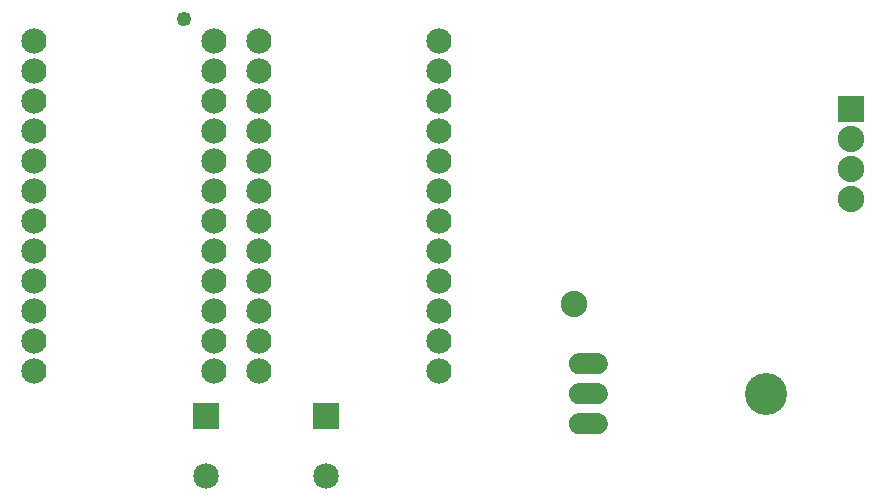
<source format=gbs>
G04 MADE WITH FRITZING*
G04 WWW.FRITZING.ORG*
G04 DOUBLE SIDED*
G04 HOLES PLATED*
G04 CONTOUR ON CENTER OF CONTOUR VECTOR*
%ASAXBY*%
%FSLAX23Y23*%
%MOIN*%
%OFA0B0*%
%SFA1.0B1.0*%
%ADD10C,0.084000*%
%ADD11C,0.088000*%
%ADD12C,0.070000*%
%ADD13C,0.140000*%
%ADD14C,0.085000*%
%ADD15C,0.049370*%
%ADD16R,0.088000X0.088000*%
%ADD17R,0.085000X0.085000*%
%ADD18R,0.001000X0.001000*%
%LNMASK0*%
G90*
G70*
G54D10*
X769Y1597D03*
X769Y1497D03*
X769Y1397D03*
X769Y1297D03*
X769Y1197D03*
X769Y1097D03*
X769Y997D03*
X769Y897D03*
X769Y797D03*
X769Y697D03*
X769Y597D03*
X769Y497D03*
X169Y497D03*
X169Y597D03*
X169Y697D03*
X169Y797D03*
X169Y897D03*
X169Y997D03*
X169Y1097D03*
X169Y1197D03*
X169Y1297D03*
X169Y1397D03*
X169Y1497D03*
X169Y1597D03*
X1519Y1597D03*
X1519Y1497D03*
X1519Y1397D03*
X1519Y1297D03*
X1519Y1197D03*
X1519Y1097D03*
X1519Y997D03*
X1519Y897D03*
X1519Y797D03*
X1519Y697D03*
X1519Y597D03*
X1519Y497D03*
X919Y497D03*
X919Y597D03*
X919Y697D03*
X919Y797D03*
X919Y897D03*
X919Y997D03*
X919Y1097D03*
X919Y1197D03*
X919Y1297D03*
X919Y1397D03*
X919Y1497D03*
X919Y1597D03*
G54D11*
X2894Y1372D03*
X2894Y1272D03*
X2894Y1172D03*
X2894Y1072D03*
G54D12*
X2019Y522D03*
X2019Y422D03*
X2019Y322D03*
G54D13*
X2609Y422D03*
G54D14*
X744Y347D03*
X744Y147D03*
X1144Y347D03*
X1144Y147D03*
G54D11*
X1969Y722D03*
G54D15*
X669Y1672D03*
G54D16*
X2894Y1372D03*
G54D17*
X744Y347D03*
X1144Y347D03*
G54D18*
X1984Y557D02*
X2052Y557D01*
X1979Y556D02*
X2056Y556D01*
X1976Y555D02*
X2059Y555D01*
X1974Y554D02*
X2062Y554D01*
X1972Y553D02*
X2064Y553D01*
X1970Y552D02*
X2066Y552D01*
X1968Y551D02*
X2067Y551D01*
X1967Y550D02*
X2069Y550D01*
X1966Y549D02*
X2070Y549D01*
X1965Y548D02*
X2071Y548D01*
X1964Y547D02*
X2072Y547D01*
X1963Y546D02*
X2073Y546D01*
X1962Y545D02*
X2074Y545D01*
X1961Y544D02*
X2075Y544D01*
X1960Y543D02*
X2075Y543D01*
X1959Y542D02*
X2076Y542D01*
X1959Y541D02*
X2077Y541D01*
X1958Y540D02*
X2077Y540D01*
X1958Y539D02*
X2078Y539D01*
X1957Y538D02*
X2078Y538D01*
X1957Y537D02*
X2014Y537D01*
X2022Y537D02*
X2079Y537D01*
X1956Y536D02*
X2011Y536D01*
X2025Y536D02*
X2079Y536D01*
X1956Y535D02*
X2009Y535D01*
X2026Y535D02*
X2080Y535D01*
X1955Y534D02*
X2008Y534D01*
X2028Y534D02*
X2080Y534D01*
X1955Y533D02*
X2007Y533D01*
X2029Y533D02*
X2081Y533D01*
X1955Y532D02*
X2006Y532D01*
X2030Y532D02*
X2081Y532D01*
X1955Y531D02*
X2005Y531D01*
X2031Y531D02*
X2081Y531D01*
X1954Y530D02*
X2004Y530D01*
X2031Y530D02*
X2081Y530D01*
X1954Y529D02*
X2004Y529D01*
X2032Y529D02*
X2082Y529D01*
X1954Y528D02*
X2003Y528D01*
X2032Y528D02*
X2082Y528D01*
X1954Y527D02*
X2003Y527D01*
X2033Y527D02*
X2082Y527D01*
X1954Y526D02*
X2003Y526D01*
X2033Y526D02*
X2082Y526D01*
X1953Y525D02*
X2003Y525D01*
X2033Y525D02*
X2082Y525D01*
X1953Y524D02*
X2002Y524D01*
X2033Y524D02*
X2082Y524D01*
X1953Y523D02*
X2002Y523D01*
X2033Y523D02*
X2082Y523D01*
X1953Y522D02*
X2002Y522D01*
X2033Y522D02*
X2082Y522D01*
X1953Y521D02*
X2002Y521D01*
X2033Y521D02*
X2082Y521D01*
X1953Y520D02*
X2003Y520D01*
X2033Y520D02*
X2082Y520D01*
X1954Y519D02*
X2003Y519D01*
X2033Y519D02*
X2082Y519D01*
X1954Y518D02*
X2003Y518D01*
X2033Y518D02*
X2082Y518D01*
X1954Y517D02*
X2003Y517D01*
X2032Y517D02*
X2082Y517D01*
X1954Y516D02*
X2004Y516D01*
X2032Y516D02*
X2082Y516D01*
X1954Y515D02*
X2004Y515D01*
X2031Y515D02*
X2081Y515D01*
X1954Y514D02*
X2005Y514D01*
X2031Y514D02*
X2081Y514D01*
X1955Y513D02*
X2006Y513D01*
X2030Y513D02*
X2081Y513D01*
X1955Y512D02*
X2006Y512D01*
X2029Y512D02*
X2081Y512D01*
X1955Y511D02*
X2008Y511D01*
X2028Y511D02*
X2080Y511D01*
X1956Y510D02*
X2009Y510D01*
X2027Y510D02*
X2080Y510D01*
X1956Y509D02*
X2010Y509D01*
X2025Y509D02*
X2080Y509D01*
X1957Y508D02*
X2013Y508D01*
X2023Y508D02*
X2079Y508D01*
X1957Y507D02*
X2079Y507D01*
X1957Y506D02*
X2078Y506D01*
X1958Y505D02*
X2078Y505D01*
X1959Y504D02*
X2077Y504D01*
X1959Y503D02*
X2076Y503D01*
X1960Y502D02*
X2076Y502D01*
X1961Y501D02*
X2075Y501D01*
X1961Y500D02*
X2074Y500D01*
X1962Y499D02*
X2073Y499D01*
X1963Y498D02*
X2072Y498D01*
X1964Y497D02*
X2071Y497D01*
X1965Y496D02*
X2070Y496D01*
X1967Y495D02*
X2069Y495D01*
X1968Y494D02*
X2068Y494D01*
X1969Y493D02*
X2066Y493D01*
X1971Y492D02*
X2065Y492D01*
X1973Y491D02*
X2063Y491D01*
X1975Y490D02*
X2061Y490D01*
X1978Y489D02*
X2058Y489D01*
X1982Y488D02*
X2054Y488D01*
X1984Y457D02*
X2052Y457D01*
X1979Y456D02*
X2056Y456D01*
X1976Y455D02*
X2059Y455D01*
X1974Y454D02*
X2062Y454D01*
X1972Y453D02*
X2064Y453D01*
X1970Y452D02*
X2066Y452D01*
X1968Y451D02*
X2067Y451D01*
X1967Y450D02*
X2069Y450D01*
X1966Y449D02*
X2070Y449D01*
X1965Y448D02*
X2071Y448D01*
X1964Y447D02*
X2072Y447D01*
X1963Y446D02*
X2073Y446D01*
X1962Y445D02*
X2074Y445D01*
X1961Y444D02*
X2075Y444D01*
X1960Y443D02*
X2075Y443D01*
X1959Y442D02*
X2076Y442D01*
X1959Y441D02*
X2077Y441D01*
X1958Y440D02*
X2077Y440D01*
X1958Y439D02*
X2078Y439D01*
X1957Y438D02*
X2078Y438D01*
X1957Y437D02*
X2014Y437D01*
X2022Y437D02*
X2079Y437D01*
X1956Y436D02*
X2011Y436D01*
X2025Y436D02*
X2079Y436D01*
X1956Y435D02*
X2009Y435D01*
X2026Y435D02*
X2080Y435D01*
X1955Y434D02*
X2008Y434D01*
X2028Y434D02*
X2080Y434D01*
X1955Y433D02*
X2007Y433D01*
X2029Y433D02*
X2081Y433D01*
X1955Y432D02*
X2006Y432D01*
X2030Y432D02*
X2081Y432D01*
X1955Y431D02*
X2005Y431D01*
X2031Y431D02*
X2081Y431D01*
X1954Y430D02*
X2004Y430D01*
X2031Y430D02*
X2081Y430D01*
X1954Y429D02*
X2004Y429D01*
X2032Y429D02*
X2082Y429D01*
X1954Y428D02*
X2003Y428D01*
X2032Y428D02*
X2082Y428D01*
X1954Y427D02*
X2003Y427D01*
X2033Y427D02*
X2082Y427D01*
X1954Y426D02*
X2003Y426D01*
X2033Y426D02*
X2082Y426D01*
X1953Y425D02*
X2003Y425D01*
X2033Y425D02*
X2082Y425D01*
X1953Y424D02*
X2002Y424D01*
X2033Y424D02*
X2082Y424D01*
X1953Y423D02*
X2002Y423D01*
X2033Y423D02*
X2082Y423D01*
X1953Y422D02*
X2002Y422D01*
X2033Y422D02*
X2082Y422D01*
X1953Y421D02*
X2002Y421D01*
X2033Y421D02*
X2082Y421D01*
X1953Y420D02*
X2003Y420D01*
X2033Y420D02*
X2082Y420D01*
X1954Y419D02*
X2003Y419D01*
X2033Y419D02*
X2082Y419D01*
X1954Y418D02*
X2003Y418D01*
X2033Y418D02*
X2082Y418D01*
X1954Y417D02*
X2003Y417D01*
X2032Y417D02*
X2082Y417D01*
X1954Y416D02*
X2004Y416D01*
X2032Y416D02*
X2082Y416D01*
X1954Y415D02*
X2004Y415D01*
X2031Y415D02*
X2081Y415D01*
X1954Y414D02*
X2005Y414D01*
X2031Y414D02*
X2081Y414D01*
X1955Y413D02*
X2006Y413D01*
X2030Y413D02*
X2081Y413D01*
X1955Y412D02*
X2006Y412D01*
X2029Y412D02*
X2081Y412D01*
X1955Y411D02*
X2008Y411D01*
X2028Y411D02*
X2080Y411D01*
X1956Y410D02*
X2009Y410D01*
X2027Y410D02*
X2080Y410D01*
X1956Y409D02*
X2010Y409D01*
X2025Y409D02*
X2080Y409D01*
X1957Y408D02*
X2013Y408D01*
X2023Y408D02*
X2079Y408D01*
X1957Y407D02*
X2079Y407D01*
X1957Y406D02*
X2078Y406D01*
X1958Y405D02*
X2078Y405D01*
X1959Y404D02*
X2077Y404D01*
X1959Y403D02*
X2076Y403D01*
X1960Y402D02*
X2076Y402D01*
X1961Y401D02*
X2075Y401D01*
X1961Y400D02*
X2074Y400D01*
X1962Y399D02*
X2073Y399D01*
X1963Y398D02*
X2072Y398D01*
X1964Y397D02*
X2071Y397D01*
X1965Y396D02*
X2070Y396D01*
X1967Y395D02*
X2069Y395D01*
X1968Y394D02*
X2068Y394D01*
X1969Y393D02*
X2066Y393D01*
X1971Y392D02*
X2065Y392D01*
X1973Y391D02*
X2063Y391D01*
X1975Y390D02*
X2060Y390D01*
X1978Y389D02*
X2058Y389D01*
X1982Y388D02*
X2054Y388D01*
X1984Y357D02*
X2052Y357D01*
X1979Y356D02*
X2056Y356D01*
X1976Y355D02*
X2060Y355D01*
X1974Y354D02*
X2062Y354D01*
X1972Y353D02*
X2064Y353D01*
X1970Y352D02*
X2066Y352D01*
X1968Y351D02*
X2067Y351D01*
X1967Y350D02*
X2069Y350D01*
X1966Y349D02*
X2070Y349D01*
X1965Y348D02*
X2071Y348D01*
X1964Y347D02*
X2072Y347D01*
X1963Y346D02*
X2073Y346D01*
X1962Y345D02*
X2074Y345D01*
X1961Y344D02*
X2075Y344D01*
X1960Y343D02*
X2075Y343D01*
X1959Y342D02*
X2076Y342D01*
X1959Y341D02*
X2077Y341D01*
X1958Y340D02*
X2077Y340D01*
X1958Y339D02*
X2078Y339D01*
X1957Y338D02*
X2078Y338D01*
X1957Y337D02*
X2014Y337D01*
X2022Y337D02*
X2079Y337D01*
X1956Y336D02*
X2011Y336D01*
X2025Y336D02*
X2079Y336D01*
X1956Y335D02*
X2009Y335D01*
X2026Y335D02*
X2080Y335D01*
X1955Y334D02*
X2008Y334D01*
X2028Y334D02*
X2080Y334D01*
X1955Y333D02*
X2007Y333D01*
X2029Y333D02*
X2081Y333D01*
X1955Y332D02*
X2006Y332D01*
X2030Y332D02*
X2081Y332D01*
X1955Y331D02*
X2005Y331D01*
X2031Y331D02*
X2081Y331D01*
X1954Y330D02*
X2004Y330D01*
X2031Y330D02*
X2081Y330D01*
X1954Y329D02*
X2004Y329D01*
X2032Y329D02*
X2082Y329D01*
X1954Y328D02*
X2003Y328D01*
X2032Y328D02*
X2082Y328D01*
X1954Y327D02*
X2003Y327D01*
X2033Y327D02*
X2082Y327D01*
X1954Y326D02*
X2003Y326D01*
X2033Y326D02*
X2082Y326D01*
X1953Y325D02*
X2003Y325D01*
X2033Y325D02*
X2082Y325D01*
X1953Y324D02*
X2002Y324D01*
X2033Y324D02*
X2082Y324D01*
X1953Y323D02*
X2002Y323D01*
X2033Y323D02*
X2082Y323D01*
X1953Y322D02*
X2002Y322D01*
X2033Y322D02*
X2082Y322D01*
X1953Y321D02*
X2002Y321D01*
X2033Y321D02*
X2082Y321D01*
X1953Y320D02*
X2003Y320D01*
X2033Y320D02*
X2082Y320D01*
X1954Y319D02*
X2003Y319D01*
X2033Y319D02*
X2082Y319D01*
X1954Y318D02*
X2003Y318D01*
X2033Y318D02*
X2082Y318D01*
X1954Y317D02*
X2003Y317D01*
X2032Y317D02*
X2082Y317D01*
X1954Y316D02*
X2004Y316D01*
X2032Y316D02*
X2082Y316D01*
X1954Y315D02*
X2004Y315D01*
X2031Y315D02*
X2081Y315D01*
X1954Y314D02*
X2005Y314D01*
X2031Y314D02*
X2081Y314D01*
X1955Y313D02*
X2006Y313D01*
X2030Y313D02*
X2081Y313D01*
X1955Y312D02*
X2006Y312D01*
X2029Y312D02*
X2081Y312D01*
X1955Y311D02*
X2008Y311D01*
X2028Y311D02*
X2080Y311D01*
X1956Y310D02*
X2009Y310D01*
X2027Y310D02*
X2080Y310D01*
X1956Y309D02*
X2010Y309D01*
X2025Y309D02*
X2080Y309D01*
X1957Y308D02*
X2013Y308D01*
X2023Y308D02*
X2079Y308D01*
X1957Y307D02*
X2079Y307D01*
X1957Y306D02*
X2078Y306D01*
X1958Y305D02*
X2078Y305D01*
X1959Y304D02*
X2077Y304D01*
X1959Y303D02*
X2076Y303D01*
X1960Y302D02*
X2076Y302D01*
X1961Y301D02*
X2075Y301D01*
X1961Y300D02*
X2074Y300D01*
X1962Y299D02*
X2073Y299D01*
X1963Y298D02*
X2072Y298D01*
X1964Y297D02*
X2071Y297D01*
X1965Y296D02*
X2070Y296D01*
X1967Y295D02*
X2069Y295D01*
X1968Y294D02*
X2068Y294D01*
X1969Y293D02*
X2066Y293D01*
X1971Y292D02*
X2065Y292D01*
X1973Y291D02*
X2063Y291D01*
X1975Y290D02*
X2060Y290D01*
X1978Y289D02*
X2058Y289D01*
X1982Y288D02*
X2054Y288D01*
D02*
G04 End of Mask0*
M02*
</source>
